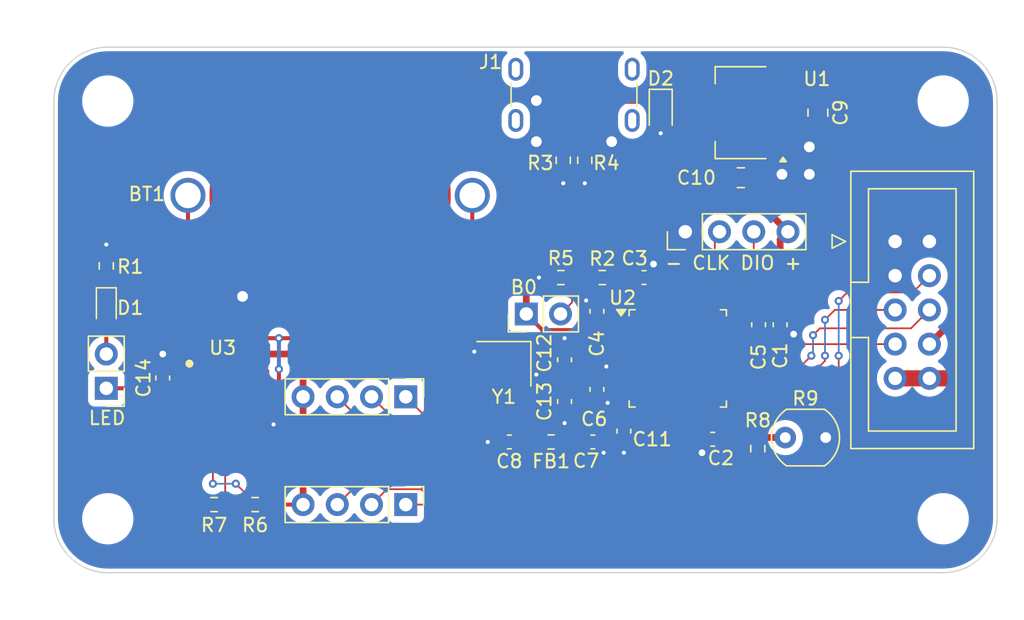
<source format=kicad_pcb>
(kicad_pcb (version 20240108) (generator "pcbnew") (generator_version "8.0")
  (title_block (title "Microcontroller PCB") (date "2024-07-12") (rev "0.1.5"))
  (layers (0 "F.Cu" signal) (31 "B.Cu" signal) (34 "B.Paste" user) (35 "F.Paste" user) (36 "B.SilkS" user "B.Silkscreen") (37 "F.SilkS" user "F.Silkscreen") (38 "B.Mask" user) (39 "F.Mask" user) (44 "Edge.Cuts" user))
  (net 0 "")
  (net 1 "GND")
  (net 2 "+BATT")
  (net 3 "+3V3")
  (net 4 "+3.3VA")
  (net 5 "VBUS")
  (net 6 "/NRST")
  (net 7 "HSE_IN")
  (net 8 "HSE_OUT")
  (net 9 "/PWR_LED_K")
  (net 10 "/PWR_LED_A")
  (net 11 "USB_CC2")
  (net 12 "USB_CC1")
  (net 13 "/SWCLK")
  (net 14 "/SWDIO")
  (net 15 "TOGGLE_SW_2")
  (net 16 "TOGGLE_SW_3")
  (net 17 "TOGGLE_SW_1")
  (net 18 "/JMP_BOOT0")
  (net 19 "MECH_SW_2")
  (net 20 "MECH_SW_1")
  (net 21 "MECH_SW_3")
  (net 22 "/BOOT0")
  (net 23 "SCL")
  (net 24 "SDA")
  (net 27 "SER")
  (net 28 "OE")
  (net 29 "CLK")
  (net 30 "LATCH")
  (net 42 "LDR")
  (net 55 "Net-(J1-CC2)")
  (net 56 "Net-(J1-CC1)")
  (footprint "Capacitor_SMD:C_0805_2012Metric" (layer "F.Cu") (at 172.7 70.862 -90)
    (property "Reference" "C9")
    (property "Value" "22u" (hide yes))
  )
  (footprint "MountingHole:MountingHole_3.2mm_M3" (layer "F.Cu") (at 120 70)
    (property "Reference" "H1" (hide yes))
    (property "Value" "MountingHole" (hide yes))
  )
  (footprint "Custom:SOP-8_4.93mmxP1.27mm" (layer "F.Cu") (at 128.524 92.075)
    (property "Reference" "U3")
    (property "Value" "DS3231MZ" (hide yes))
  )
  (footprint "Connector_USB:USB_C_Receptacle_GCT_USB4125-xx-x-0190_6P_TopMnt_Horizontal" (layer "F.Cu") (at 154.6 68.44 180)
    (property "Reference" "J1")
    (property "Value" "USB_C_Receptacle" (hide yes))
  )
  (footprint "Connector_PinHeader_2.54mm:PinHeader_1x04_P2.54mm_Vertical" (layer "F.Cu") (at 142.113 99.949 -90)
    (property "Reference" "J3" (hide yes))
    (property "Value" "Conn_01x04_Pin" (hide yes))
  )
  (footprint "Capacitor_SMD:C_0603_1608Metric" (layer "F.Cu") (at 153.9 89.2 90)
    (property "Reference" "C12")
    (property "Value" "14p" (hide yes))
  )
  (footprint "Resistor_SMD:R_0603_1608Metric" (layer "F.Cu") (at 156.7 83.1 180)
    (property "Reference" "R2")
    (property "Value" "10k" (hide yes))
  )
  (footprint "Diode_SMD:D_SOD-323" (layer "F.Cu") (at 161.036 70.739 -90)
    (property "Reference" "D2")
    (property "Value" "D_Zener" (hide yes))
  )
  (footprint "Connector_PinHeader_2.54mm:PinHeader_1x04_P2.54mm_Vertical" (layer "F.Cu") (at 162.86 79.7 90)
    (property "Reference" "J2" (hide yes))
    (property "Value" "Conn_01x04_Pin" (hide yes))
  )
  (footprint "LED_SMD:LED_0603_1608Metric" (layer "F.Cu") (at 119.888 85.344 -90)
    (property "Reference" "D1")
    (property "Value" "RED" (hide yes))
  )
  (footprint "Capacitor_SMD:C_0805_2012Metric" (layer "F.Cu") (at 166.985 75.688)
    (property "Reference" "C10")
    (property "Value" "22u" (hide yes))
  )
  (footprint "Resistor_SMD:R_0603_1608Metric" (layer "F.Cu") (at 130.937 99.949)
    (property "Reference" "R6")
    (property "Value" "2k2" (hide yes))
  )
  (footprint "Connector_PinHeader_2.54mm:PinHeader_1x02_P2.54mm_Vertical" (layer "F.Cu") (at 119.888 91.318 180)
    (property "Reference" "JP1" (hide yes))
    (property "Value" "SolderJumper_2_Open" (hide yes))
  )
  (footprint "MountingHole:MountingHole_3.2mm_M3" (layer "F.Cu") (at 120 101)
    (property "Reference" "H3" (hide yes))
    (property "Value" "MountingHole" (hide yes))
  )
  (footprint "Connector_PinHeader_2.54mm:PinHeader_1x04_P2.54mm_Vertical" (layer "F.Cu") (at 142.113 91.949 -90)
    (property "Reference" "J4" (hide yes))
    (property "Value" "Conn_01x04_Pin" (hide yes))
  )
  (footprint "Capacitor_SMD:C_0603_1608Metric" (layer "F.Cu") (at 168.3 86.6 -90)
    (property "Reference" "C5")
    (property "Value" "100n" (hide yes))
  )
  (footprint "Resistor_SMD:R_0603_1608Metric" (layer "F.Cu") (at 153.8 74.4 90)
    (property "Reference" "R3")
    (property "Value" "5k1" (hide yes))
  )
  (footprint "Custom:BAT-HLD-005-THM" (layer "F.Cu") (at 136.5 77)
    (property "Reference" "BT1")
    (property "Value" "Battery" (hide yes))
  )
  (footprint "Capacitor_SMD:C_0603_1608Metric" (layer "F.Cu") (at 156.3 91.4 -90)
    (property "Reference" "C6")
    (property "Value" "10n" (hide yes))
  )
  (footprint "Capacitor_SMD:C_0603_1608Metric" (layer "F.Cu") (at 169.9 86.6 -90)
    (property "Reference" "C1")
    (property "Value" "10u" (hide yes))
  )
  (footprint "Connector_IDC:IDC-Header_2x05_P2.54mm_Vertical" (layer "F.Cu") (at 178.435 80.42)
    (property "Reference" "J5" (hide yes))
    (property "Value" "Conn_01x10_Pin" (hide yes))
  )
  (footprint "Capacitor_SMD:C_0603_1608Metric" (layer "F.Cu") (at 124.079 90.551 90)
    (property "Reference" "C14")
    (property "Value" "100n" (hide yes))
  )
  (footprint "Resistor_SMD:R_0603_1608Metric" (layer "F.Cu") (at 152.9 95.3 180)
    (property "Reference" "FB1")
    (property "Value" "120R" (hide yes))
  )
  (footprint "Capacitor_SMD:C_0603_1608Metric" (layer "F.Cu") (at 156.3 85.6 90)
    (property "Reference" "C4")
    (property "Value" "100n" (hide yes))
  )
  (footprint "Capacitor_SMD:C_0603_1608Metric" (layer "F.Cu") (at 156 95.3)
    (property "Reference" "C7")
    (property "Value" "1u" (hide yes))
  )
  (footprint "OptoDevice:R_LDR_5.0x4.1mm_P3mm_Vertical" (layer "F.Cu") (at 170.28 94.975)
    (property "Reference" "R9")
    (property "Value" "5k-500k" (hide yes))
  )
  (footprint "Resistor_SMD:R_0603_1608Metric" (layer "F.Cu") (at 127.889 99.949 180)
    (property "Reference" "R7")
    (property "Value" "2k2" (hide yes))
  )
  (footprint "Connector_PinHeader_2.54mm:PinHeader_1x02_P2.54mm_Vertical" (layer "F.Cu") (at 151.06 85.8 90)
    (property "Reference" "JP2" (hide yes))
    (property "Value" "SolderJumper_2_Open" (hide yes))
  )
  (footprint "Package_TO_SOT_SMD:SOT-223-3_TabPin2" (layer "F.Cu") (at 166.985 70.862 180)
    (property "Reference" "U1")
    (property "Value" "AMS1117-3.3" (hide yes))
  )
  (footprint "Capacitor_SMD:C_0603_1608Metric" (layer "F.Cu") (at 164.9 95.1 180)
    (property "Reference" "C2")
    (property "Value" "100n" (hide yes))
  )
  (footprint "Resistor_SMD:R_0603_1608Metric" (layer "F.Cu") (at 153.625 83.1)
    (property "Reference" "R5")
    (property "Value" "10k" (hide yes))
  )
  (footprint "Capacitor_SMD:C_0603_1608Metric" (layer "F.Cu") (at 159.8 83.1)
    (property "Reference" "C3")
    (property "Value" "100n" (hide yes))
  )
  (footprint "MountingHole:MountingHole_3.2mm_M3" (layer "F.Cu") (at 182 70)
    (property "Reference" "H2" (hide yes))
    (property "Value" "MountingHole" (hide yes))
  )
  (footprint "Package_QFP:LQFP-48_7x7mm_P0.5mm" (layer "F.Cu") (at 162.3 89.1)
    (property "Reference" "U2")
    (property "Value" "STM32F103CBTx" (hide yes))
  )
  (footprint "MountingHole:MountingHole_3.2mm_M3" (layer "F.Cu") (at 182 101)
    (property "Reference" "H4" (hide yes))
    (property "Value" "MountingHole" (hide yes))
  )
  (footprint "Resistor_SMD:R_0603_1608Metric" (layer "F.Cu") (at 168.24 95.795 90)
    (property "Reference" "R8")
    (property "Value" "10k" (hide yes))
  )
  (footprint "Resistor_SMD:R_0603_1608Metric" (layer "F.Cu") (at 119.888 82.232 90)
    (property "Reference" "R1")
    (property "Value" "2k2" (hide yes))
  )
  (footprint "Capacitor_SMD:C_0603_1608Metric" (layer "F.Cu") (at 149.8 95.3 180)
    (property "Reference" "C8")
    (property "Value" "1u" (hide yes))
  )
  (footprint "Capacitor_SMD:C_0603_1608Metric" (layer "F.Cu") (at 158.3 94.5 -90)
    (property "Reference" "C11")
    (property "Value" "100n" (hide yes))
  )
  (footprint "Capacitor_SMD:C_0603_1608Metric" (layer "F.Cu") (at 153.9 92.3 -90)
    (property "Reference" "C13")
    (property "Value" "14p" (hide yes))
  )
  (footprint "Crystal:Crystal_SMD_3225-4Pin_3.2x2.5mm" (layer "F.Cu") (at 149.4 89.5 180)
    (property "Reference" "Y1")
    (property "Value" "8Mhz" (hide yes))
  )
  (footprint "Resistor_SMD:R_0603_1608Metric" (layer "F.Cu") (at 155.4 74.4 90)
    (property "Reference" "R4")
    (property "Value" "5k1" (hide yes))
  )
  (gr_line (start 120 66) (end 182 66) (stroke (width 0.1)) (layer "Edge.Cuts"))
  (gr_line (start 186 70) (end 186 101) (stroke (width 0.1)) (layer "Edge.Cuts"))
  (gr_line (start 182 105) (end 120 105) (stroke (width 0.1)) (layer "Edge.Cuts"))
  (gr_arc (start 120 105) (mid 117.171573 103.828427) (end 116 101) (stroke (width 0.1)) (layer "Edge.Cuts"))
  (gr_line (start 116 101) (end 116 70) (stroke (width 0.1)) (layer "Edge.Cuts"))
  (gr_arc (start 186 101) (mid 184.828427 103.828427) (end 182 105) (stroke (width 0.1)) (layer "Edge.Cuts"))
  (gr_arc (start 116 70) (mid 117.171573 67.171573) (end 120 66) (stroke (width 0.1)) (layer "Edge.Cuts"))
  (gr_arc (start 182 66) (mid 184.828427 67.171573) (end 186 70) (stroke (width 0.1)) (layer "Edge.Cuts"))
  (gr_text "LED" (at 118.491 94.107 0) (layer "F.SilkS") (effects (font (size 1 1) (thickness 0.153)) (justify left bottom)))
  (gr_text "- CLK DIO +" (at 161.28 82.6 0) (layer "F.SilkS") (effects (font (size 1 1) (thickness 0.153)) (justify left bottom)))
  (gr_text "B0" (at 149.8 84.4 0) (layer "F.SilkS") (effects (font (size 1 1) (thickness 0.153)) (justify left bottom)))
  (segment (start 152.8 83.1) (end 152 83.1) (width 0.3) (layer "F.Cu") (net 1))
  (segment (start 155.4 75.225) (end 155.4 76.1) (width 0.13) (layer "F.Cu") (net 1))
  (segment (start 164.125 96.075) (end 164.1 96.1) (width 0.5) (layer "F.Cu") (net 1))
  (segment (start 124.079 89.776) (end 124.079 88.773) (width 0.5) (layer "F.Cu") (net 1))
  (segment (start 164.55 94.05) (end 164.125 94.475) (width 0.3) (layer "F.Cu") (net 1))
  (segment (start 157.15 89.85) (end 157 89.7) (width 0.3) (layer "F.Cu") (net 1))
  (segment (start 155.525 84.825) (end 155.5 84.8) (width 0.3) (layer "F.Cu") (net 1))
  (segment (start 153.8 75.225) (end 153.8 76.1) (width 0.13) (layer "F.Cu") (net 1))
  (segment (start 169.9 87.375) (end 168.3 87.375) (width 0.5) (layer "F.Cu") (net 1))
  (segment (start 147.25 88.65) (end 147.2 88.6) (width 0.3) (layer "F.Cu") (net 1))
  (segment (start 136.5 78) (end 130 84.5) (width 0.8) (layer "F.Cu") (net 1))
  (segment (start 164.55 93.2625) (end 164.55 94.05) (width 0.3) (layer "F.Cu") (net 1))
  (segment (start 169.9 87.375) (end 170.825 87.375) (width 0.5) (layer "F.Cu") (net 1))
  (segment (start 160.575 83.1) (end 160.575 82.175) (width 0.5) (layer "F.Cu") (net 1))
  (segment (start 156.775 96.075) (end 156.8 96.1) (width 0.3) (layer "F.Cu") (net 1))
  (segment (start 149.025 95.3) (end 148.2 95.3) (width 0.3) (layer "F.Cu") (net 1))
  (segment (start 156.775 95.3) (end 156.775 96.075) (width 0.3) (layer "F.Cu") (net 1))
  (segment (start 166.4625 86.85) (end 167.199882 86.85) (width 0.3) (layer "F.Cu") (net 1))
  (segment (start 160.575 82.175) (end 160.5 82.1) (width 0.5) (layer "F.Cu") (net 1))
  (segment (start 167.199882 86.85) (end 167.724882 87.375) (width 0.3) (layer "F.Cu") (net 1))
  (segment (start 160.05 84.9375) (end 160.05 84.15) (width 0.3) (layer "F.Cu") (net 1))
  (segment (start 170.825 87.375) (end 170.9 87.3) (width 0.5) (layer "F.Cu") (net 1))
  (segment (start 130.989 93.98) (end 132.28 93.98) (width 0.3) (layer "F.Cu") (net 1))
  (segment (start 161.036 71.789) (end 161.036 72.39) (width 0.3) (layer "F.Cu") (net 1))
  (segment (start 156.875 92.175) (end 157.1 92.4) (width 0.3) (layer "F.Cu") (net 1))
  (segment (start 164.125 94.475) (end 164.125 95.1) (width 0.3) (layer "F.Cu") (net 1))
  (segment (start 136.5 77) (end 136.5 78) (width 0.8) (layer "F.Cu") (net 1))
  (segment (start 132.28 93.98) (end 132.3 94) (width 0.3) (layer "F.Cu") (net 1))
  (segment (start 151.85 71.52) (end 151.85 72.968) (width 0.8) (layer "F.Cu") (net 1))
  (segment (start 160.05 84.15) (end 160.575 83.625) (width 0.3) (layer "F.Cu") (net 1))
  (segment (start 158.3 95.275) (end 158.3 96.1) (width 0.3) (layer "F.Cu") (net 1))
  (segment (start 151.85 71.52) (end 151.85 70.008) (width 0.8) (layer "F.Cu") (net 1))
  (segment (start 151.75 90.35) (end 151.8 90.3) (width 0.3) (layer "F.Cu") (net 1))
  (segment (start 153.9 88.425) (end 153.9 87.6) (width 0.3) (layer "F.Cu") (net 1))
  (segment (start 167.724882 87.375) (end 168.3 87.375) (width 0.3) (layer "F.Cu") (net 1))
  (segment (start 153.9 93.075) (end 153.9 93.9) (width 0.3) (layer "F.Cu") (net 1))
  (segment (start 160.575 83.625) (end 160.575 83.1) (width 0.3) (layer "F.Cu") (net 1))
  (segment (start 157.35 71.52) (end 157.35 72.968) (width 0.8) (layer "F.Cu") (net 1))
  (segment (start 158.1375 89.85) (end 157.15 89.85) (width 0.3) (layer "F.Cu") (net 1))
  (segment (start 151.85 72.968) (end 151.806 73.012) (width 0.8) (layer "F.Cu") (net 1))
  (segment (start 156.3 84.825) (end 155.525 84.825) (width 0.3) (layer "F.Cu") (net 1))
  (segment (start 151.85 70.008) (end 151.806 69.964) (width 0.8) (layer "F.Cu") (net 1))
  (segment (start 119.888 81.407) (end 119.888 80.645) (width 0.3) (layer "F.Cu") (net 1))
  (segment (start 157.35 72.968) (end 157.394 73.012) (width 0.8) (layer "F.Cu") (net 1))
  (segment (start 156.3 92.175) (end 156.875 92.175) (width 0.3) (layer "F.Cu") (net 1))
  (segment (start 150.5 90.35) (end 151.75 90.35) (width 0.3) (layer "F.Cu") (net 1))
  (segment (start 148.3 88.65) (end 147.25 88.65) (width 0.3) (layer "F.Cu") (net 1))
  (segment (start 164.125 95.1) (end 164.125 96.075) (width 0.5) (layer "F.Cu") (net 1))
  (via (at 172.065 75.434) (size 1.6) (drill 0.8) (layers "F.Cu" "B.Cu") (net 1))
  (via (at 151.8 90.3) (size 0.6) (drill 0.3) (layers "F.Cu" "B.Cu") (net 1))
  (via (at 147.2 88.6) (size 0.6) (drill 0.3) (layers "F.Cu" "B.Cu") (net 1))
  (via (at 152 83.1) (size 0.6) (drill 0.3) (layers "F.Cu" "B.Cu") (net 1))
  (via (at 153.8 76.1) (size 0.6) (drill 0.3) (layers "F.Cu" "B.Cu") (net 1))
  (via (at 156.8 96.1) (size 0.6) (drill 0.3) (layers "F.Cu" "B.Cu") (net 1))
  (via (at 132.3 94) (size 0.6) (drill 0.3) (layers "F.Cu" "B.Cu") (net 1))
  (via (at 157.394 73.012) (size 1.6) (drill 0.8) (layers "F.Cu" "B.Cu") (net 1))
  (via (at 170.9 87.3) (size 1) (drill 0.5) (layers "F.Cu" "B.Cu") (net 1))
  (via (at 119.888 80.645) (size 0.6) (drill 0.3) (layers "F.Cu" "B.Cu") (net 1))
  (via (at 151.806 73.012) (size 1.6) (drill 0.8) (layers "F.Cu" "B.Cu") (net 1))
  (via (at 158.3 96.1) (size 0.6) (drill 0.3) (layers "F.Cu" "B.Cu") (net 1))
  (via (at 160.5 82.1) (size 1) (drill 0.5) (layers "F.Cu" "B.Cu") (net 1))
  (via (at 151.806 69.964) (size 1.6) (drill 0.8) (layers "F.Cu" "B.Cu") (net 1))
  (via (at 153.9 93.9) (size 0.6) (drill 0.3) (layers "F.Cu" "B.Cu") (net 1))
  (via (at 155.5 84.8) (size 0.6) (drill 0.3) (layers "F.Cu" "B.Cu") (net 1))
  (via (at 157 89.7) (size 0.6) (drill 0.3) (layers "F.Cu" "B.Cu") (net 1))
  (via (at 164.1 96.1) (size 1) (drill 0.5) (layers "F.Cu" "B.Cu") (net 1))
  (via (at 172.065 73.402) (size 1.6) (drill 0.8) (layers "F.Cu" "B.Cu") (net 1))
  (via (at 124.079 88.773) (size 1) (drill 0.5) (layers "F.Cu" "B.Cu") (net 1))
  (via (at 130 84.5) (size 1.6) (drill 0.8) (layers "F.Cu" "B.Cu") (net 1))
  (via (at 155.4 76.1) (size 0.6) (drill 0.3) (layers "F.Cu" "B.Cu") (net 1))
  (via (at 148.2 95.3) (size 0.6) (drill 0.3) (layers "F.Cu" "B.Cu") (net 1))
  (via (at 161.036 72.39) (size 0.6) (drill 0.3) (layers "F.Cu" "B.Cu") (net 1))
  (via (at 153.9 87.6) (size 0.6) (drill 0.3) (layers "F.Cu" "B.Cu") (net 1))
  (via (at 170.033 75.434) (size 1.6) (drill 0.8) (layers "F.Cu" "B.Cu") (net 1))
  (via (at 157.1 92.4) (size 0.6) (drill 0.3) (layers "F.Cu" "B.Cu") (net 1))
  (segment (start 125.95 83.55) (end 130 87.6) (width 0.3) (layer "F.Cu") (net 2))
  (segment (start 130 87.6) (end 132.7 87.6) (width 0.3) (layer "F.Cu") (net 2))
  (segment (start 130.989 92.71) (end 131.979 92.71) (width 0.3) (layer "F.Cu") (net 2))
  (segment (start 125.95 77) (end 125.95 83.55) (width 0.3) (layer "F.Cu") (net 2))
  (segment (start 140.9 87.6) (end 132.7 87.6) (width 0.3) (layer "F.Cu") (net 2))
  (segment (start 147.05 77) (end 147.05 81.45) (width 0.3) (layer "F.Cu") (net 2))
  (segment (start 131.979 92.71) (end 132.7 91.989) (width 0.3) (layer "F.Cu") (net 2))
  (segment (start 147.05 81.45) (end 140.9 87.6) (width 0.3) (layer "F.Cu") (net 2))
  (segment (start 132.7 91.989) (end 132.7 89.9) (width 0.3) (layer "F.Cu") (net 2))
  (via (at 132.7 89.9) (size 0.6) (drill 0.3) (layers "F.Cu" "B.Cu") (net 2))
  (via (at 132.7 87.6) (size 0.6) (drill 0.3) (layers "F.Cu" "B.Cu") (net 2))
  (segment (start 132.7 89.9) (end 132.7 87.6) (width 0.3) (layer "B.Cu") (net 2))
  (segment (start 129.667 88.773) (end 127 91.44) (width 0.5) (layer "F.Cu") (net 3))
  (segment (start 127 91.44) (end 126.059 91.44) (width 0.5) (layer "F.Cu") (net 3))
  (segment (start 152.1125 95.3) (end 150.575 95.3) (width 0.3) (layer "F.Cu") (net 3))
  (segment (start 126.059 91.44) (end 124.193 91.44) (width 0.5) (layer "F.Cu") (net 3))
  (segment (start 156.3 86.375) (end 155.675 87) (width 0.3) (layer "F.Cu") (net 3))
  (segment (start 119.888 91.318) (end 124.071 91.318) (width 0.3) (layer "F.Cu") (net 3))
  (segment (start 124.193 91.44) (end 124.079 91.326) (width 0.5) (layer "F.Cu") (net 3))
  (segment (start 134.493 88.773) (end 129.667 88.773) (width 0.5) (layer "F.Cu") (net 3))
  (segment (start 165.05 94.05) (end 165.675 94.675) (width 0.3) (layer "F.Cu") (net 3))
  (segment (start 168.4 77.6) (end 168.4 77.62) (width 0.5) (layer "F.Cu") (net 3))
  (segment (start 167.116 77.6) (end 168.4 77.6) (width 0.5) (layer "F.Cu") (net 3))
  (segment (start 165.05 93.2625) (end 165.05 94.05) (width 0.3) (layer "F.Cu") (net 3))
  (segment (start 160.528 77.597) (end 157.025 81.1) (width 0.5) (layer "F.Cu") (net 3))
  (segment (start 166.035 75.688) (end 166.035 76.519) (width 0.5) (layer "F.Cu") (net 3))
  (segment (start 159.55 84.9375) (end 159.55 84.15) (width 0.3) (layer "F.Cu") (net 3))
  (segment (start 157.025 81.1) (end 159.025 83.1) (width 0.5) (layer "F.Cu") (net 3))
  (segment (start 158.1375 86.35) (end 156.325 86.35) (width 0.3) (layer "F.Cu") (net 3))
  (segment (start 167.775 85.825) (end 168.3 85.825) (width 0.3) (layer "F.Cu") (net 3))
  (segment (start 150.575 95.3) (end 150.575 95.121) (width 0.3) (layer "F.Cu") (net 3))
  (segment (start 166.4625 86.35) (end 167.25 86.35) (width 0.3) (layer "F.Cu") (net 3))
  (segment (start 168.4 77.6) (end 180.724 77.6) (width 0.5) (layer "F.Cu") (net 3))
  (segment (start 124.071 91.318) (end 124.079 91.326) (width 0.3) (layer "F.Cu") (net 3))
  (segment (start 167.195 96.62) (end 165.675 95.1) (width 0.3) (layer "F.Cu") (net 3))
  (segment (start 170.48 79.7) (end 169.9 80.28) (width 0.5) (layer "F.Cu") (net 3))
  (segment (start 167.116 77.6) (end 167.113 77.597) (width 0.5) (layer "F.Cu") (net 3))
  (segment (start 159.025 83.625) (end 159.025 83.1) (width 0.3) (layer "F.Cu") (net 3))
  (segment (start 134.493 91.949) (end 134.493 99.949) (width 0.5) (layer "F.Cu") (net 3))
  (segment (start 151.9 81.1) (end 151.06 81.94) (width 0.5) (layer "F.Cu") (net 3))
  (segment (start 155.675 87) (end 152.26 87) (width 0.3) (layer "F.Cu") (net 3))
  (segment (start 162.306 104.013) (end 168.24 98.079) (width 0.5) (layer "F.Cu") (net 3))
  (segment (start 134.493 91.949) (end 134.493 88.773) (width 0.5) (layer "F.Cu") (net 3))
  (segment (start 165.675 94.675) (end 165.675 95.1) (width 0.3) (layer "F.Cu") (net 3))
  (segment (start 167.113 77.597) (end 160.528 77.597) (width 0.5) (layer "F.Cu") (net 3))
  (segment (start 167.25 86.35) (end 167.775 85.825) (width 0.3) (layer "F.Cu") (net 3))
  (segment (start 124.079 96.964) (end 124.079 91.326) (width 0.5) (layer "F.Cu") (net 3))
  (segment (start 183.007 86.008) (end 180.975 88.04) (width 0.5) (layer "F.Cu") (net 3))
  (segment (start 183.007 79.883) (end 183.007 86.008) (width 0.5) (layer "F.Cu") (net 3))
  (segment (start 151.9 81.1) (end 157.025 81.1) (width 0.5) (layer "F.Cu") (net 3))
  (segment (start 131.128 104.013) (end 162.306 104.013) (width 0.5) (layer "F.Cu") (net 3))
  (segment (start 180.724 77.6) (end 183.007 79.883) (width 0.5) (layer "F.Cu") (net 3))
  (segment (start 127.064 99.949) (end 131.128 104.013) (width 0.5) (layer "F.Cu") (net 3))
  (segment (start 131.762 99.949) (end 134.493 99.949) (width 0.3) (layer "F.Cu") (net 3))
  (segment (start 159.55 84.15) (end 159.025 83.625) (width 0.3) (layer "F.Cu") (net 3))
  (segment (start 168.24 96.62) (end 167.195 96.62) (width 0.3) (layer "F.Cu") (net 3))
  (segment (start 150.575 95.121) (end 144.227 88.773) (width 0.3) (layer "F.Cu") (net 3))
  (segment (start 156.325 86.35) (end 156.3 86.375) (width 0.3) (layer "F.Cu") (net 3))
  (segment (start 152.26 87) (end 151.06 85.8) (width 0.3) (layer "F.Cu") (net 3))
  (segment (start 169.9 85.825) (end 168.3 85.825) (width 0.5) (layer "F.Cu") (net 3))
  (segment (start 127.064 99.949) (end 124.079 96.964) (width 0.5) (layer "F.Cu") (net 3))
  (segment (start 168.4 77.62) (end 170.48 79.7) (width 0.5) (layer "F.Cu") (net 3))
  (segment (start 166.035 76.519) (end 167.116 77.6) (width 0.5) (layer "F.Cu") (net 3))
  (segment (start 168.24 98.079) (end 168.24 96.62) (width 0.5) (layer "F.Cu") (net 3))
  (segment (start 169.9 80.28) (end 169.9 85.825) (width 0.5) (layer "F.Cu") (net 3))
  (segment (start 151.06 81.94) (end 144.227 88.773) (width 0.5) (layer "F.Cu") (net 3))
  (segment (start 151.06 81.94) (end 151.06 85.8) (width 0.5) (layer "F.Cu") (net 3))
  (segment (start 144.227 88.773) (end 134.493 88.773) (width 0.5) (layer "F.Cu") (net 3))
  (segment (start 155.225 95.3) (end 155.225 91.7) (width 0.3) (layer "F.Cu") (net 4))
  (segment (start 155.225 91.7) (end 156.3 90.625) (width 0.3) (layer "F.Cu") (net 4))
  (segment (start 158.1375 90.35) (end 156.575 90.35) (width 0.3) (layer "F.Cu") (net 4))
  (segment (start 156.575 90.35) (end 156.3 90.625) (width 0.3) (layer "F.Cu") (net 4))
  (segment (start 153.6875 95.3) (end 155.225 95.3) (width 0.3) (layer "F.Cu") (net 4))
  (segment (start 169.193 68.562) (end 168.231 67.6) (width 1.2) (layer "F.Cu") (net 5))
  (segment (start 156.12 71.52) (end 156.12 70.32) (width 0.8) (layer "F.Cu") (net 5))
  (segment (start 156.12 70.32) (end 155.4 69.6) (width 0.8) (layer "F.Cu") (net 5))
  (segment (start 160.731 69.6) (end 162.731 67.6) (width 1.2) (layer "F.Cu") (net 5))
  (segment (start 178.435 90.58) (end 182.851 90.58) (width 1.2) (layer "F.Cu") (net 5))
  (segment (start 153.08 71.52) (end 153.08 70.42) (width 0.8) (layer "F.Cu") (net 5))
  (segment (start 153.9 69.6) (end 154.4 69.6) (width 0.8) (layer "F.Cu") (net 5))
  (segment (start 170.135 68.562) (end 169.193 68.562) (width 1.2) (layer "F.Cu") (net 5))
  (segment (start 153.08 70.42) (end 153.9 69.6) (width 0.8) (layer "F.Cu") (net 5))
  (segment (start 155.4 69.6) (end 160.731 69.6) (width 1.2) (layer "F.Cu") (net 5))
  (segment (start 184.531 88.9) (end 184.531 77.9) (width 1.2) (layer "F.Cu") (net 5))
  (segment (start 162.731 67.6) (end 168.231 67.6) (width 1.2) (layer "F.Cu") (net 5))
  (segment (start 184.531 77.9) (end 174.231 67.6) (width 1.2) (layer "F.Cu") (net 5))
  (segment (start 182.851 90.58) (end 184.531 88.9) (width 1.2) (layer "F.Cu") (net 5))
  (segment (start 154.4 69.6) (end 155.4 69.6) (width 0.8) (layer "F.Cu") (net 5))
  (segment (start 174.231 67.6) (end 168.231 67.6) (width 1.2) (layer "F.Cu") (net 5))
  (segment (start 158.874999 89.35) (end 158.1375 89.35) (width 0.13) (layer "F.Cu") (net 6))
  (segment (start 159.3 92.1) (end 159.3 89.775001) (width 0.13) (layer "F.Cu") (net 6))
  (segment (start 158.3 93.725) (end 158.3 93.1) (width 0.13) (layer "F.Cu") (net 6))
  (segment (start 158.3 93.1) (end 159.3 92.1) (width 0.13) (layer "F.Cu") (net 6))
  (segment (start 159.3 89.775001) (end 158.874999 89.35) (width 0.13) (layer "F.Cu") (net 6))
  (segment (start 150.5 88.65) (end 152.575 88.65) (width 0.13) (layer "F.Cu") (net 7))
  (segment (start 153.9 89.975) (end 155.525 88.35) (width 0.13) (layer "F.Cu") (net 7))
  (segment (start 153.9 89.9) (end 153.9 89.975) (width 0.13) (layer "F.Cu") (net 7))
  (segment (start 152.575 88.65) (end 153.9 89.975) (width 0.13) (layer "F.Cu") (net 7))
  (segment (start 155.525 88.35) (end 158.1375 88.35) (width 0.13) (layer "F.Cu") (net 7))
  (segment (start 158.1375 88.85) (end 156.95 88.85) (width 0.13) (layer "F.Cu") (net 8))
  (segment (start 149.475 91.525) (end 148.3 90.35) (width 0.13) (layer "F.Cu") (net 8))
  (segment (start 156.95 88.85) (end 154.275 91.525) (width 0.13) (layer "F.Cu") (net 8))
  (segment (start 153.9 91.525) (end 149.475 91.525) (width 0.13) (layer "F.Cu") (net 8))
  (segment (start 154.275 91.525) (end 153.9 91.525) (width 0.13) (layer "F.Cu") (net 8))
  (segment (start 119.888 84.5565) (end 119.888 83.057) (width 0.3) (layer "F.Cu") (net 9))
  (segment (start 119.888 88.778) (end 119.888 86.1315) (width 0.3) (layer "F.Cu") (net 10))
  (segment (start 165.05 84.9375) (end 165.05 80.05) (width 0.13) (layer "F.Cu") (net 13))
  (segment (start 165.05 80.05) (end 165.4 79.7) (width 0.13) (layer "F.Cu") (net 13))
  (segment (start 165.55 87.35) (end 165.2 87) (width 0.13) (layer "F.Cu") (net 14))
  (segment (start 165.2 87) (end 165.2 86.3) (width 0.13) (layer "F.Cu") (net 14))
  (segment (start 165.2 86.3) (end 167.94 83.56) (width 0.13) (layer "F.Cu") (net 14))
  (segment (start 166.4625 87.35) (end 165.55 87.35) (width 0.13) (layer "F.Cu") (net 14))
  (segment (start 167.94 83.56) (end 167.94 79.7) (width 0.13) (layer "F.Cu") (net 14))
  (segment (start 140.716 98.806) (end 143.256 98.806) (width 0.13) (layer "F.Cu") (net 15))
  (segment (start 144.018 99.568) (end 159.258 99.568) (width 0.13) (layer "F.Cu") (net 15))
  (segment (start 161.55 97.276) (end 161.55 93.2625) (width 0.13) (layer "F.Cu") (net 15))
  (segment (start 159.258 99.568) (end 161.55 97.276) (width 0.13) (layer "F.Cu") (net 15))
  (segment (start 143.256 98.806) (end 144.018 99.568) (width 0.13) (layer "F.Cu") (net 15))
  (segment (start 139.573 99.949) (end 140.716 98.806) (width 0.13) (layer "F.Cu") (net 15))
  (segment (start 161.05 97.268) (end 161.05 93.2625) (width 0.13) (layer "F.Cu") (net 16))
  (segment (start 137.033 99.949) (end 138.557 98.425) (width 0.13) (layer "F.Cu") (net 16))
  (segment (start 159.131 99.187) (end 161.05 97.268) (width 0.13) (layer "F.Cu") (net 16))
  (segment (start 144.145 99.187) (end 159.131 99.187) (width 0.13) (layer "F.Cu") (net 16))
  (segment (start 138.557 98.425) (end 143.383 98.425) (width 0.13) (layer "F.Cu") (net 16))
  (segment (start 143.383 98.425) (end 144.145 99.187) (width 0.13) (layer "F.Cu") (net 16))
  (segment (start 162.05 97.284) (end 162.05 93.2625) (width 0.13) (layer "F.Cu") (net 17))
  (segment (start 159.385 99.949) (end 162.05 97.284) (width 0.13) (layer "F.Cu") (net 17))
  (segment (start 142.113 99.949) (end 159.385 99.949) (width 0.13) (layer "F.Cu") (net 17))
  (segment (start 155.875 83.1) (end 154.45 83.1) (width 0.13) (layer "F.Cu") (net 18))
  (segment (start 154.45 84.95) (end 153.6 85.8) (width 0.13) (layer "F.Cu") (net 18))
  (segment (start 154.45 83.1) (end 154.45 84.95) (width 0.13) (layer "F.Cu") (net 18))
  (segment (start 139.573 91.949) (end 144.652 97.028) (width 0.13) (layer "F.Cu") (net 19))
  (segment (start 160.05 95.728) (end 160.05 93.2625) (width 0.13) (layer "F.Cu") (net 19))
  (segment (start 144.652 97.028) (end 158.75 97.028) (width 0.13) (layer "F.Cu") (net 19))
  (segment (start 158.75 97.028) (end 160.05 95.728) (width 0.13) (layer "F.Cu") (net 19))
  (segment (start 146.811 96.647) (end 158.623 96.647) (width 0.13) (layer "F.Cu") (net 20))
  (segment (start 158.623 96.647) (end 159.55 95.72) (width 0.13) (layer "F.Cu") (net 20))
  (segment (start 159.55 95.72) (end 159.55 93.2625) (width 0.13) (layer "F.Cu") (net 20))
  (segment (start 142.113 91.949) (end 146.811 96.647) (width 0.13) (layer "F.Cu") (net 20))
  (segment (start 158.877 97.409) (end 160.55 95.736) (width 0.13) (layer "F.Cu") (net 21))
  (segment (start 137.033 91.949) (end 142.493 97.409) (width 0.13) (layer "F.Cu") (net 21))
  (segment (start 142.493 97.409) (end 158.877 97.409) (width 0.13) (layer "F.Cu") (net 21))
  (segment (start 160.55 95.736) (end 160.55 93.2625) (width 0.13) (layer "F.Cu") (net 21))
  (segment (start 161.55 84.9375) (end 161.55 85.95) (width 0.13) (layer "F.Cu") (net 22))
  (segment (start 161.4 86.1) (end 159.4 86.1) (width 0.13) (layer "F.Cu") (net 22))
  (segment (start 159.4 86.1) (end 157.525 84.225) (width 0.13) (layer "F.Cu") (net 22))
  (segment (start 161.55 85.95) (end 161.4 86.1) (width 0.13) (layer "F.Cu") (net 22))
  (segment (start 157.525 84.225) (end 157.525 83.1) (width 0.13) (layer "F.Cu") (net 22))
  (segment (start 127.8 92.369) (end 127.8 96.7) (width 0.13) (layer "F.Cu") (net 23))
  (segment (start 129.5 98.4) (end 130.112 99.012) (width 0.13) (layer "F.Cu") (net 23))
  (segment (start 130.112 99.012) (end 130.112 99.949) (width 0.13) (layer "F.Cu") (net 23))
  (segment (start 129.999 90.17) (end 127.8 92.369) (width 0.13) (layer "F.Cu") (net 23))
  (segment (start 127.8 96.7) (end 127.8 98.4) (width 0.13) (layer "F.Cu") (net 23))
  (segment (start 130.989 90.17) (end 129.999 90.17) (width 0.13) (layer "F.Cu") (net 23))
  (segment (start 130.112 99.949) (end 132.398 102.235) (width 0.13) (layer "F.Cu") (net 23))
  (segment (start 162.6 94.6) (end 162.9 94.3) (width 0.13) (layer "F.Cu") (net 23))
  (segment (start 162.6 99.6) (end 162.6 94.6) (width 0.13) (layer "F.Cu") (net 23))
  (segment (start 163.249999 94.3) (end 163.55 93.999999) (width 0.13) (layer "F.Cu") (net 23))
  (segment (start 159.965 102.235) (end 162.6 99.6) (width 0.13) (layer "F.Cu") (net 23))
  (segment (start 163.55 93.999999) (end 163.55 93.2625) (width 0.13) (layer "F.Cu") (net 23))
  (segment (start 162.9 94.3) (end 163.249999 94.3) (width 0.13) (layer "F.Cu") (net 23))
  (segment (start 132.398 102.235) (end 159.965 102.235) (width 0.13) (layer "F.Cu") (net 23))
  (via (at 127.8 98.4) (size 0.6) (drill 0.3) (layers "F.Cu" "B.Cu") (net 23))
  (via (at 129.5 98.4) (size 0.6) (drill 0.3) (layers "F.Cu" "B.Cu") (net 23))
  (segment (start 127.8 98.4) (end 129.5 98.4) (width 0.13) (layer "B.Cu") (net 23))
  (segment (start 163.3 94.816338) (end 164.05 94.066338) (width 0.13) (layer "F.Cu") (net 24))
  (segment (start 130.989 91.44) (end 129.999 91.44) (width 0.13) (layer "F.Cu") (net 24))
  (segment (start 164.05 94.066338) (end 164.05 93.2625) (width 0.13) (layer "F.Cu") (net 24))
  (segment (start 163.3 100) (end 163.3 94.816338) (width 0.13) (layer "F.Cu") (net 24))
  (segment (start 160.303 102.997) (end 163.3 100) (width 0.13) (layer "F.Cu") (net 24))
  (segment (start 129.999 91.44) (end 128.714 92.725) (width 0.13) (layer "F.Cu") (net 24))
  (segment (start 131.762 102.997) (end 160.303 102.997) (width 0.13) (layer "F.Cu") (net 24))
  (segment (start 128.714 92.725) (end 128.714 99.949) (width 0.13) (layer "F.Cu") (net 24))
  (segment (start 128.714 99.949) (end 131.762 102.997) (width 0.13) (layer "F.Cu") (net 24))
  (segment (start 167.206 90.35) (end 168.783 88.773) (width 0.13) (layer "F.Cu") (net 27))
  (segment (start 166.4625 90.35) (end 167.206 90.35) (width 0.13) (layer "F.Cu") (net 27))
  (segment (start 170.942 88.773) (end 171.675 88.04) (width 0.13) (layer "F.Cu") (net 27))
  (segment (start 168.783 88.773) (end 170.942 88.773) (width 0.13) (layer "F.Cu") (net 27))
  (segment (start 171.675 88.04) (end 178.435 88.04) (width 0.13) (layer "F.Cu") (net 27))
  (segment (start 167.894 90.678) (end 169.037 89.535) (width 0.13) (layer "F.Cu") (net 28))
  (segment (start 171.577 89.535) (end 172.212 88.9) (width 0.13) (layer "F.Cu") (net 28))
  (segment (start 166.4625 90.85) (end 167.722 90.85) (width 0.13) (layer "F.Cu") (net 28))
  (segment (start 167.722 90.85) (end 167.894 90.678) (width 0.13) (layer "F.Cu") (net 28))
  (segment (start 169.037 89.535) (end 171.577 89.535) (width 0.13) (layer "F.Cu") (net 28))
  (segment (start 179.607 86.868) (end 180.975 85.5) (width 0.13) (layer "F.Cu") (net 28))
  (segment (start 172.847 86.868) (end 179.607 86.868) (width 0.13) (layer "F.Cu") (net 28))
  (segment (start 172.339 87.376) (end 172.847 86.868) (width 0.13) (layer "F.Cu") (net 28))
  (via (at 172.212 88.9) (size 0.6) (drill 0.3) (layers "F.Cu" "B.Cu") (net 28))
  (via (at 172.339 87.376) (size 0.6) (drill 0.3) (layers "F.Cu" "B.Cu") (net 28))
  (segment (start 172.212 88.9) (end 172.339 88.773) (width 0.13) (layer "B.Cu") (net 28))
  (segment (start 172.339 88.773) (end 172.339 87.376) (width 0.13) (layer "B.Cu") (net 28))
  (segment (start 171.159 91.35) (end 172.72 89.789) (width 0.13) (layer "F.Cu") (net 29))
  (segment (start 173.228 86.233) (end 173.961 85.5) (width 0.13) (layer "F.Cu") (net 29))
  (segment (start 173.228 89.281) (end 173.228 88.9) (width 0.13) (layer "F.Cu") (net 29))
  (segment (start 173.961 85.5) (end 178.435 85.5) (width 0.13) (layer "F.Cu") (net 29))
  (segment (start 172.72 89.789) (end 173.228 89.281) (width 0.13) (layer "F.Cu") (net 29))
  (segment (start 166.4625 91.35) (end 171.159 91.35) (width 0.13) (layer "F.Cu") (net 29))
  (via (at 173.228 88.9) (size 0.6) (drill 0.3) (layers "F.Cu" "B.Cu") (net 29))
  (via (at 173.228 86.233) (size 0.6) (drill 0.3) (layers "F.Cu" "B.Cu") (net 29))
  (segment (start 173.228 88.9) (end 173.228 86.233) (width 0.13) (layer "B.Cu") (net 29))
  (segment (start 174.244 89.789) (end 174.244 88.9) (width 0.13) (layer "F.Cu") (net 30))
  (segment (start 167.64 92.202) (end 171.831 92.202) (width 0.13) (layer "F.Cu") (net 30))
  (segment (start 167.288 91.85) (end 167.64 92.202) (width 0.13) (layer "F.Cu") (net 30))
  (segment (start 174.244 84.836) (end 174.879 84.201) (width 0.13) (layer "F.Cu") (net 30))
  (segment (start 174.879 84.201) (end 179.734 84.201) (width 0.13) (layer "F.Cu") (net 30))
  (segment (start 179.734 84.201) (end 180.975 82.96) (width 0.13) (layer "F.Cu") (net 30))
  (segment (start 173.609 90.424) (end 174.244 89.789) (width 0.13) (layer "F.Cu") (net 30))
  (segment (start 171.831 92.202) (end 173.609 90.424) (width 0.13) (layer "F.Cu") (net 30))
  (segment (start 166.4625 91.85) (end 167.288 91.85) (width 0.13) (layer "F.Cu") (net 30))
  (via (at 174.244 84.836) (size 0.6) (drill 0.3) (layers "F.Cu" "B.Cu") (net 30))
  (via (at 174.244 88.9) (size 0.6) (drill 0.3) (layers "F.Cu" "B.Cu") (net 30))
  (segment (start 174.244 88.9) (end 174.244 84.836) (width 0.13) (layer "B.Cu") (net 30))
  (segment (start 165.22 92.01) (end 168.18 94.97) (width 0.13) (layer "F.Cu") (net 42))
  (segment (start 168.18 94.97) (end 168.24 94.97) (width 0.13) (layer "F.Cu") (net 42))
  (segment (start 170.275 94.97) (end 170.28 94.975) (width 0.5) (layer "F.Cu") (net 42))
  (segment (start 168.24 94.97) (end 170.275 94.97) (width 0.5) (layer "F.Cu") (net 42))
  (segment (start 162.55 92.27) (end 162.81 92.01) (width 0.13) (layer "F.Cu") (net 42))
  (segment (start 162.55 93.2625) (end 162.55 92.27) (width 0.13) (layer "F.Cu") (net 42))
  (segment (start 162.81 92.01) (end 165.22 92.01) (width 0.13) (layer "F.Cu") (net 42))
  (segment (start 154.1 73.275) (end 153.8 73.575) (width 0.13) (layer "F.Cu") (net 55))
  (segment (start 154.1 71.52) (end 154.1 73.275) (width 0.13) (layer "F.Cu") (net 55))
  (segment (start 155.1 71.52) (end 155.1 73.275) (width 0.13) (layer "F.Cu") (net 56))
  (segment (start 155.1 73.275) (end 155.4 73.575) (width 0.13) (layer "F.Cu") (net 56))
  (zone (net 1) (net_name "GND") (layer "F.Cu") (priority 1) (connect_pads yes (clearance 0.5)) (min_thickness 0.25) (fill yes (thermal_gap 0.5) (thermal_bridge_width 0.5))
    (polygon (pts (xy 172.065 71.37) (xy 172.065 72.386) (xy 169.017 72.386) (xy 169.017 74.926) (xy 167.493 74.926) (xy 167.493 76.45) (xy 173.335 76.45) (xy 173.335 71.37)))
  )
  (zone (net 3) (net_name "+3V3") (layer "F.Cu") (connect_pads yes (clearance 0.5)) (min_thickness 0.25) (fill yes (thermal_gap 0.5) (thermal_bridge_width 0.5))
    (polygon (pts (xy 171.049 70.1) (xy 171.049 71.624) (xy 166.731 71.624) (xy 166.731 76.45) (xy 162.921 76.45) (xy 162.921 69.33) (xy 166.731 69.33) (xy 166.731 70.1)))
  )
  (zone (net 5) (net_name "VBUS") (layer "F.Cu") (priority 2) (connect_pads yes (clearance 0.5)) (min_thickness 0.25) (fill yes (thermal_gap 0.5) (thermal_bridge_width 0.5))
    (polygon (pts (xy 169.017 69.338) (xy 171.811 69.338) (xy 171.811 70.354) (xy 173.589 70.354) (xy 173.589 67.814) (xy 169.017 67.814)))
  )
  (zone (net 1) (net_name "GND") (layer "B.Cu") (priority 3) (connect_pads yes (clearance 0.5)) (min_thickness 0.25) (fill yes (thermal_gap 0.5) (thermal_bridge_width 0.5))
    (polygon (pts (xy 112 62.5) (xy 188 62.5) (xy 188 108.5) (xy 112 108.5)))
  )
)
</source>
